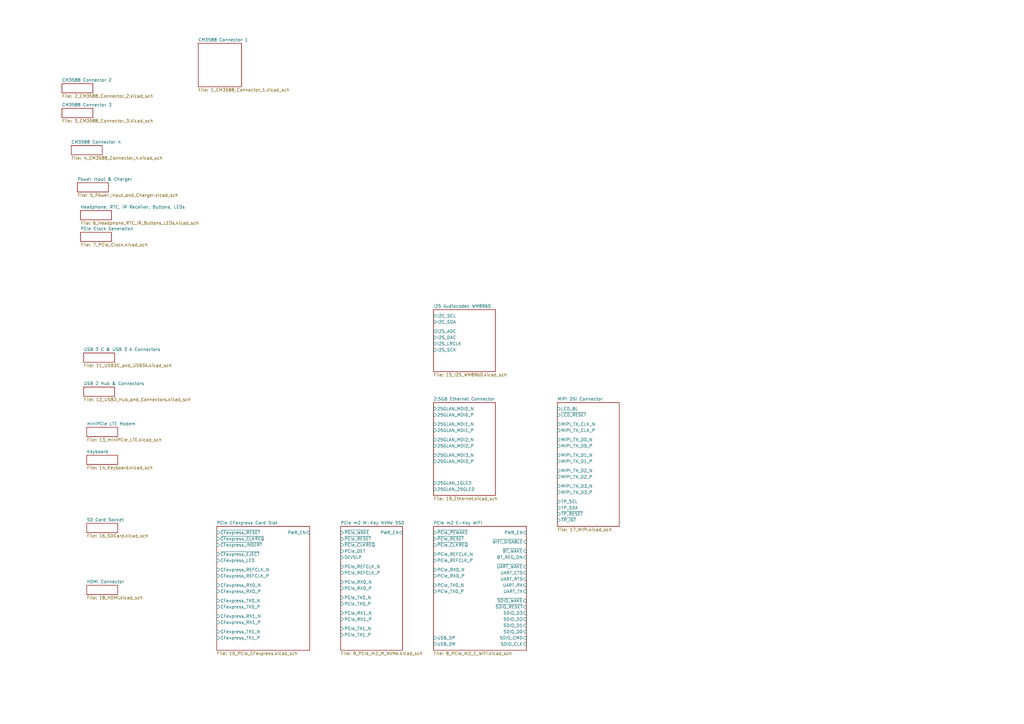
<source format=kicad_sch>
(kicad_sch
	(version 20250114)
	(generator "eeschema")
	(generator_version "9.0")
	(uuid "e8df7ad4-0398-46fe-8df2-22f014c5f1dd")
	(paper "A3")
	(lib_symbols)
	(sheet
		(at 31.75 74.93)
		(size 12.7 3.81)
		(exclude_from_sim no)
		(in_bom yes)
		(on_board yes)
		(dnp no)
		(fields_autoplaced yes)
		(stroke
			(width 0.1524)
			(type solid)
		)
		(fill
			(color 0 0 0 0.0000)
		)
		(uuid "07fa1f4a-4f08-4a00-b91a-2935c9cd6246")
		(property "Sheetname" "Power Input & Charger"
			(at 31.75 74.2184 0)
			(effects
				(font
					(size 1.27 1.27)
				)
				(justify left bottom)
			)
		)
		(property "Sheetfile" "5_Power_Input_and_Charger.kicad_sch"
			(at 31.75 79.3246 0)
			(effects
				(font
					(size 1.27 1.27)
				)
				(justify left top)
			)
		)
		(instances
			(project "mainboard"
				(path "/e8df7ad4-0398-46fe-8df2-22f014c5f1dd"
					(page "5")
				)
			)
		)
	)
	(sheet
		(at 81.28 17.78)
		(size 17.78 17.78)
		(exclude_from_sim no)
		(in_bom yes)
		(on_board yes)
		(dnp no)
		(fields_autoplaced yes)
		(stroke
			(width 0.1524)
			(type solid)
		)
		(fill
			(color 0 0 0 0.0000)
		)
		(uuid "179b20ca-7cf4-4c76-8c3b-b8b4c6c25c72")
		(property "Sheetname" "CM3588 Connector 1"
			(at 81.28 17.0684 0)
			(effects
				(font
					(size 1.27 1.27)
				)
				(justify left bottom)
			)
		)
		(property "Sheetfile" "1_CM3588_Connector_1.kicad_sch"
			(at 81.28 36.1446 0)
			(effects
				(font
					(size 1.27 1.27)
				)
				(justify left top)
			)
		)
		(instances
			(project "mainboard"
				(path "/e8df7ad4-0398-46fe-8df2-22f014c5f1dd"
					(page "1")
				)
			)
		)
	)
	(sheet
		(at 35.56 240.03)
		(size 12.7 3.81)
		(exclude_from_sim no)
		(in_bom yes)
		(on_board yes)
		(dnp no)
		(fields_autoplaced yes)
		(stroke
			(width 0.1524)
			(type solid)
		)
		(fill
			(color 0 0 0 0.0000)
		)
		(uuid "18d9dc9f-f158-4b8c-8c03-4e0e0e17c019")
		(property "Sheetname" "HDMI Connector"
			(at 35.56 239.3184 0)
			(effects
				(font
					(size 1.27 1.27)
				)
				(justify left bottom)
			)
		)
		(property "Sheetfile" "18_HDMI.kicad_sch"
			(at 35.56 244.4246 0)
			(effects
				(font
					(size 1.27 1.27)
				)
				(justify left top)
			)
		)
		(instances
			(project "mainboard"
				(path "/e8df7ad4-0398-46fe-8df2-22f014c5f1dd"
					(page "18")
				)
			)
		)
	)
	(sheet
		(at 33.02 95.25)
		(size 12.7 3.81)
		(exclude_from_sim no)
		(in_bom yes)
		(on_board yes)
		(dnp no)
		(fields_autoplaced yes)
		(stroke
			(width 0.1524)
			(type solid)
		)
		(fill
			(color 0 0 0 0.0000)
		)
		(uuid "484c6dee-af44-4b63-a825-46ce928312ff")
		(property "Sheetname" "PCIe Clock Generation"
			(at 33.02 94.5384 0)
			(effects
				(font
					(size 1.27 1.27)
				)
				(justify left bottom)
			)
		)
		(property "Sheetfile" "7_PCIe_Clock.kicad_sch"
			(at 33.02 99.6446 0)
			(effects
				(font
					(size 1.27 1.27)
				)
				(justify left top)
			)
		)
		(instances
			(project "mainboard"
				(path "/e8df7ad4-0398-46fe-8df2-22f014c5f1dd"
					(page "7")
				)
			)
		)
	)
	(sheet
		(at 139.7 215.9)
		(size 25.4 50.8)
		(exclude_from_sim no)
		(in_bom yes)
		(on_board yes)
		(dnp no)
		(fields_autoplaced yes)
		(stroke
			(width 0.1524)
			(type solid)
		)
		(fill
			(color 0 0 0 0.0000)
		)
		(uuid "6669fa1e-f015-4347-b375-5371b2a452c4")
		(property "Sheetname" "PCIe m2 M-Key NVMe SSD"
			(at 139.7 215.1884 0)
			(effects
				(font
					(size 1.27 1.27)
				)
				(justify left bottom)
			)
		)
		(property "Sheetfile" "9_PCIe_m2_M_NVMe.kicad_sch"
			(at 139.7 267.2846 0)
			(effects
				(font
					(size 1.27 1.27)
				)
				(justify left top)
			)
		)
		(pin "DEVSLP" input
			(at 139.7 228.6 180)
			(uuid "8250a307-5bfc-45cd-bcc1-a8e3b110935a")
			(effects
				(font
					(size 1.27 1.27)
				)
				(justify left)
			)
		)
		(pin "PCIe_DET" input
			(at 139.7 226.06 180)
			(uuid "5d36ab89-ee9c-45f1-9c8f-411f04604c30")
			(effects
				(font
					(size 1.27 1.27)
				)
				(justify left)
			)
		)
		(pin "PCIe_REFCLK_N" input
			(at 139.7 232.41 180)
			(uuid "456707b3-ef8a-449b-b780-e7ea84c2fe0f")
			(effects
				(font
					(size 1.27 1.27)
				)
				(justify left)
			)
		)
		(pin "PCIe_REFCLK_P" input
			(at 139.7 234.95 180)
			(uuid "3a6e22a8-1c33-4ccb-8634-0656c7ed4f73")
			(effects
				(font
					(size 1.27 1.27)
				)
				(justify left)
			)
		)
		(pin "PCIe_RX0_N" input
			(at 139.7 238.76 180)
			(uuid "b36f63ee-dda5-4273-8749-7e370dc55816")
			(effects
				(font
					(size 1.27 1.27)
				)
				(justify left)
			)
		)
		(pin "PCIe_RX0_P" input
			(at 139.7 241.3 180)
			(uuid "79078436-955e-4ba2-b5e9-f0115e164c7e")
			(effects
				(font
					(size 1.27 1.27)
				)
				(justify left)
			)
		)
		(pin "PCIe_RX1_N" input
			(at 139.7 251.46 180)
			(uuid "ab0b778b-3805-4636-8b20-f9d4a643390a")
			(effects
				(font
					(size 1.27 1.27)
				)
				(justify left)
			)
		)
		(pin "PCIe_RX1_P" input
			(at 139.7 254 180)
			(uuid "e44f8fa1-d1ae-449a-b73e-ebcffea75acf")
			(effects
				(font
					(size 1.27 1.27)
				)
				(justify left)
			)
		)
		(pin "PCIe_TX0_N" input
			(at 139.7 245.11 180)
			(uuid "8df59557-ebe2-4399-86e1-76227324d036")
			(effects
				(font
					(size 1.27 1.27)
				)
				(justify left)
			)
		)
		(pin "PCIe_TX0_P" input
			(at 139.7 247.65 180)
			(uuid "a3983adb-1f39-45d9-9b6c-038ef2f9cafd")
			(effects
				(font
					(size 1.27 1.27)
				)
				(justify left)
			)
		)
		(pin "PCIe_TX1_N" input
			(at 139.7 257.81 180)
			(uuid "812bc123-58af-4285-8223-066e31c940f8")
			(effects
				(font
					(size 1.27 1.27)
				)
				(justify left)
			)
		)
		(pin "PCIe_TX1_P" input
			(at 139.7 260.35 180)
			(uuid "5b162702-1ec8-4c70-9286-ab9a493e8c20")
			(effects
				(font
					(size 1.27 1.27)
				)
				(justify left)
			)
		)
		(pin "~{PCIe_CLKREQ}" input
			(at 139.7 223.52 180)
			(uuid "2fdb73b0-335b-4c65-a8b9-7614e14944c7")
			(effects
				(font
					(size 1.27 1.27)
				)
				(justify left)
			)
		)
		(pin "~{PCIe_RESET}" input
			(at 139.7 220.98 180)
			(uuid "2235e878-ea99-4ca6-8bc4-70d78ace0891")
			(effects
				(font
					(size 1.27 1.27)
				)
				(justify left)
			)
		)
		(pin "~{PCIe_WAKE}" input
			(at 139.7 218.44 180)
			(uuid "c7155c23-faf8-4a14-b0f7-6850aad77b01")
			(effects
				(font
					(size 1.27 1.27)
				)
				(justify left)
			)
		)
		(pin "PWR_EN" input
			(at 165.1 218.44 0)
			(uuid "5f32886c-3a2e-49d3-9f05-969676369bbf")
			(effects
				(font
					(size 1.27 1.27)
				)
				(justify right)
			)
		)
		(instances
			(project "mainboard"
				(path "/e8df7ad4-0398-46fe-8df2-22f014c5f1dd"
					(page "9")
				)
			)
		)
	)
	(sheet
		(at 25.4 44.45)
		(size 12.7 3.81)
		(exclude_from_sim no)
		(in_bom yes)
		(on_board yes)
		(dnp no)
		(fields_autoplaced yes)
		(stroke
			(width 0.1524)
			(type solid)
		)
		(fill
			(color 0 0 0 0.0000)
		)
		(uuid "68a2b222-807f-4ee1-877f-9299e0573b20")
		(property "Sheetname" "CM3588 Connector 3"
			(at 25.4 43.7384 0)
			(effects
				(font
					(size 1.27 1.27)
				)
				(justify left bottom)
			)
		)
		(property "Sheetfile" "3_CM3588_Connector_3.kicad_sch"
			(at 25.4 48.8446 0)
			(effects
				(font
					(size 1.27 1.27)
				)
				(justify left top)
			)
		)
		(instances
			(project "mainboard"
				(path "/e8df7ad4-0398-46fe-8df2-22f014c5f1dd"
					(page "3")
				)
			)
		)
	)
	(sheet
		(at 35.56 175.26)
		(size 12.7 3.81)
		(exclude_from_sim no)
		(in_bom yes)
		(on_board yes)
		(dnp no)
		(fields_autoplaced yes)
		(stroke
			(width 0.1524)
			(type solid)
		)
		(fill
			(color 0 0 0 0.0000)
		)
		(uuid "8644110b-fd44-4bf7-8252-8da3b2442694")
		(property "Sheetname" "miniPCIe LTE Modem"
			(at 35.56 174.5484 0)
			(effects
				(font
					(size 1.27 1.27)
				)
				(justify left bottom)
			)
		)
		(property "Sheetfile" "13_miniPCIe_LTE.kicad_sch"
			(at 35.56 179.6546 0)
			(effects
				(font
					(size 1.27 1.27)
				)
				(justify left top)
			)
		)
		(instances
			(project "mainboard"
				(path "/e8df7ad4-0398-46fe-8df2-22f014c5f1dd"
					(page "13")
				)
			)
		)
	)
	(sheet
		(at 35.56 214.63)
		(size 12.7 3.81)
		(exclude_from_sim no)
		(in_bom yes)
		(on_board yes)
		(dnp no)
		(fields_autoplaced yes)
		(stroke
			(width 0.1524)
			(type solid)
		)
		(fill
			(color 0 0 0 0.0000)
		)
		(uuid "8986aa19-15b1-4e69-80f7-caad2369fd75")
		(property "Sheetname" "SD Card Socket"
			(at 35.56 213.9184 0)
			(effects
				(font
					(size 1.27 1.27)
				)
				(justify left bottom)
			)
		)
		(property "Sheetfile" "16_SDCard.kicad_sch"
			(at 35.56 219.0246 0)
			(effects
				(font
					(size 1.27 1.27)
				)
				(justify left top)
			)
		)
		(instances
			(project "mainboard"
				(path "/e8df7ad4-0398-46fe-8df2-22f014c5f1dd"
					(page "16")
				)
			)
		)
	)
	(sheet
		(at 34.29 158.75)
		(size 12.7 3.81)
		(exclude_from_sim no)
		(in_bom yes)
		(on_board yes)
		(dnp no)
		(fields_autoplaced yes)
		(stroke
			(width 0.1524)
			(type solid)
		)
		(fill
			(color 0 0 0 0.0000)
		)
		(uuid "8cfb5e11-a71f-45fa-8675-4058f56774f6")
		(property "Sheetname" "USB 2 Hub & Connectors"
			(at 34.29 158.0384 0)
			(effects
				(font
					(size 1.27 1.27)
				)
				(justify left bottom)
			)
		)
		(property "Sheetfile" "12_USB2_Hub_and_Connectors.kicad_sch"
			(at 34.29 163.1446 0)
			(effects
				(font
					(size 1.27 1.27)
				)
				(justify left top)
			)
		)
		(instances
			(project "mainboard"
				(path "/e8df7ad4-0398-46fe-8df2-22f014c5f1dd"
					(page "12")
				)
			)
		)
	)
	(sheet
		(at 228.6 165.1)
		(size 25.4 50.8)
		(exclude_from_sim no)
		(in_bom yes)
		(on_board yes)
		(dnp no)
		(fields_autoplaced yes)
		(stroke
			(width 0.1524)
			(type solid)
		)
		(fill
			(color 0 0 0 0.0000)
		)
		(uuid "92c68f36-3049-4ded-92bc-6a7d51e36adb")
		(property "Sheetname" "MIPI DSI Connector"
			(at 228.6 164.3884 0)
			(effects
				(font
					(size 1.27 1.27)
				)
				(justify left bottom)
			)
		)
		(property "Sheetfile" "17_MIPI.kicad_sch"
			(at 228.6 216.4846 0)
			(effects
				(font
					(size 1.27 1.27)
				)
				(justify left top)
			)
		)
		(pin "LCD_BL" input
			(at 228.6 167.64 180)
			(uuid "9d492064-8544-4e1e-a2d8-5f9e4f95ba72")
			(effects
				(font
					(size 1.27 1.27)
				)
				(justify left)
			)
		)
		(pin "MIPI_TX_CLK_N" input
			(at 228.6 173.99 180)
			(uuid "a80b5fad-fe20-4e7f-a777-be214113ffcd")
			(effects
				(font
					(size 1.27 1.27)
				)
				(justify left)
			)
		)
		(pin "MIPI_TX_CLK_P" input
			(at 228.6 176.53 180)
			(uuid "8f335182-66ad-4fa0-88e5-f4c0ce875b5b")
			(effects
				(font
					(size 1.27 1.27)
				)
				(justify left)
			)
		)
		(pin "MIPI_TX_D0_N" input
			(at 228.6 180.34 180)
			(uuid "3a6a22c8-b725-45a7-8b0e-108a0bf72b03")
			(effects
				(font
					(size 1.27 1.27)
				)
				(justify left)
			)
		)
		(pin "MIPI_TX_D0_P" input
			(at 228.6 182.88 180)
			(uuid "cd7c76a9-9d47-49c3-b15f-a5d637f8aab5")
			(effects
				(font
					(size 1.27 1.27)
				)
				(justify left)
			)
		)
		(pin "MIPI_TX_D1_N" input
			(at 228.6 186.69 180)
			(uuid "c66954df-ff6e-43ec-b246-47354d477309")
			(effects
				(font
					(size 1.27 1.27)
				)
				(justify left)
			)
		)
		(pin "MIPI_TX_D1_P" input
			(at 228.6 189.23 180)
			(uuid "30b815db-ee5e-4301-a847-d31a548ffea8")
			(effects
				(font
					(size 1.27 1.27)
				)
				(justify left)
			)
		)
		(pin "MIPI_TX_D2_N" input
			(at 228.6 193.04 180)
			(uuid "3ca4dc06-dd5f-4a08-986b-f22b6929833f")
			(effects
				(font
					(size 1.27 1.27)
				)
				(justify left)
			)
		)
		(pin "MIPI_TX_D2_P" input
			(at 228.6 195.58 180)
			(uuid "b48601a3-d718-459e-bd17-bbe69589ba72")
			(effects
				(font
					(size 1.27 1.27)
				)
				(justify left)
			)
		)
		(pin "MIPI_TX_D3_N" input
			(at 228.6 199.39 180)
			(uuid "964b1996-6a8a-44b6-ac53-b7fb548f5417")
			(effects
				(font
					(size 1.27 1.27)
				)
				(justify left)
			)
		)
		(pin "MIPI_TX_D3_P" input
			(at 228.6 201.93 180)
			(uuid "d5e198b6-df83-4a6f-9700-f4c6da2705bc")
			(effects
				(font
					(size 1.27 1.27)
				)
				(justify left)
			)
		)
		(pin "TP_SCL" input
			(at 228.6 205.74 180)
			(uuid "3de87970-0d10-43cb-a78c-6a0175a9f388")
			(effects
				(font
					(size 1.27 1.27)
				)
				(justify left)
			)
		)
		(pin "TP_SDA" input
			(at 228.6 208.28 180)
			(uuid "b5bd621e-d51d-448d-8f04-54a1a6b6d179")
			(effects
				(font
					(size 1.27 1.27)
				)
				(justify left)
			)
		)
		(pin "~{LCD_RESET}" input
			(at 228.6 170.18 180)
			(uuid "8f2106b5-0ebe-42bf-b69b-be8dd07e77fc")
			(effects
				(font
					(size 1.27 1.27)
				)
				(justify left)
			)
		)
		(pin "~{TP_INT}" input
			(at 228.6 213.36 180)
			(uuid "c3b4b5c9-0c4b-4798-ade9-b3f24d493762")
			(effects
				(font
					(size 1.27 1.27)
				)
				(justify left)
			)
		)
		(pin "~{TP_RESET}" input
			(at 228.6 210.82 180)
			(uuid "3109ae4e-d3f2-4604-a16b-4e677b66da7b")
			(effects
				(font
					(size 1.27 1.27)
				)
				(justify left)
			)
		)
		(instances
			(project "mainboard"
				(path "/e8df7ad4-0398-46fe-8df2-22f014c5f1dd"
					(page "17")
				)
			)
		)
	)
	(sheet
		(at 29.21 59.69)
		(size 12.7 3.81)
		(exclude_from_sim no)
		(in_bom yes)
		(on_board yes)
		(dnp no)
		(fields_autoplaced yes)
		(stroke
			(width 0.1524)
			(type solid)
		)
		(fill
			(color 0 0 0 0.0000)
		)
		(uuid "98643362-4360-4082-9fcf-14e673c38aa5")
		(property "Sheetname" "CM3588 Connector 4"
			(at 29.21 58.9784 0)
			(effects
				(font
					(size 1.27 1.27)
				)
				(justify left bottom)
			)
		)
		(property "Sheetfile" "4_CM3588_Connector_4.kicad_sch"
			(at 29.21 64.0846 0)
			(effects
				(font
					(size 1.27 1.27)
				)
				(justify left top)
			)
		)
		(instances
			(project "mainboard"
				(path "/e8df7ad4-0398-46fe-8df2-22f014c5f1dd"
					(page "4")
				)
			)
		)
	)
	(sheet
		(at 177.8 165.1)
		(size 25.4 38.1)
		(exclude_from_sim no)
		(in_bom yes)
		(on_board yes)
		(dnp no)
		(fields_autoplaced yes)
		(stroke
			(width 0.1524)
			(type solid)
		)
		(fill
			(color 0 0 0 0.0000)
		)
		(uuid "a5e27188-7231-4ab7-9c42-d430df737766")
		(property "Sheetname" "2.5GB Ethernet Connector"
			(at 177.8 164.3884 0)
			(effects
				(font
					(size 1.27 1.27)
				)
				(justify left bottom)
			)
		)
		(property "Sheetfile" "19_Ethernet.kicad_sch"
			(at 177.8 203.7846 0)
			(effects
				(font
					(size 1.27 1.27)
				)
				(justify left top)
			)
		)
		(pin "25GLAN_1GLED" input
			(at 177.8 198.12 180)
			(uuid "ea970541-ad9d-4d0d-8547-911cd1b37aa9")
			(effects
				(font
					(size 1.27 1.27)
				)
				(justify left)
			)
		)
		(pin "25GLAN_25GLED" input
			(at 177.8 200.66 180)
			(uuid "24cd0925-74b4-4560-a33f-7ae7e76c3a3e")
			(effects
				(font
					(size 1.27 1.27)
				)
				(justify left)
			)
		)
		(pin "25GLAN_MDI0_N" input
			(at 177.8 167.64 180)
			(uuid "f4af2d9b-10aa-40d9-9350-e6784521ac08")
			(effects
				(font
					(size 1.27 1.27)
				)
				(justify left)
			)
		)
		(pin "25GLAN_MDI0_P" input
			(at 177.8 170.18 180)
			(uuid "8dc62061-0699-45aa-8299-c65240602a1a")
			(effects
				(font
					(size 1.27 1.27)
				)
				(justify left)
			)
		)
		(pin "25GLAN_MDI1_N" input
			(at 177.8 173.99 180)
			(uuid "43d26a30-eace-40b0-aa03-d92c1c451f27")
			(effects
				(font
					(size 1.27 1.27)
				)
				(justify left)
			)
		)
		(pin "25GLAN_MDI1_P" input
			(at 177.8 176.53 180)
			(uuid "be8f7c3b-1e68-430d-85c9-d46a41f163fc")
			(effects
				(font
					(size 1.27 1.27)
				)
				(justify left)
			)
		)
		(pin "25GLAN_MDI2_N" input
			(at 177.8 180.34 180)
			(uuid "d967f382-784f-41fb-b4e8-dee48dc0690a")
			(effects
				(font
					(size 1.27 1.27)
				)
				(justify left)
			)
		)
		(pin "25GLAN_MDI2_P" input
			(at 177.8 182.88 180)
			(uuid "c38142cb-b0fb-4b38-9cc8-5fc01535ef0e")
			(effects
				(font
					(size 1.27 1.27)
				)
				(justify left)
			)
		)
		(pin "25GLAN_MDI3_N" input
			(at 177.8 186.69 180)
			(uuid "f5e953cf-b5bc-460c-a839-2c64b5e03602")
			(effects
				(font
					(size 1.27 1.27)
				)
				(justify left)
			)
		)
		(pin "25GLAN_MDI3_P" input
			(at 177.8 189.23 180)
			(uuid "f14274d4-a744-4264-9042-6c9ae352287b")
			(effects
				(font
					(size 1.27 1.27)
				)
				(justify left)
			)
		)
		(instances
			(project "mainboard"
				(path "/e8df7ad4-0398-46fe-8df2-22f014c5f1dd"
					(page "19")
				)
			)
		)
	)
	(sheet
		(at 177.8 215.9)
		(size 38.1 50.8)
		(exclude_from_sim no)
		(in_bom yes)
		(on_board yes)
		(dnp no)
		(fields_autoplaced yes)
		(stroke
			(width 0.1524)
			(type solid)
		)
		(fill
			(color 0 0 0 0.0000)
		)
		(uuid "a6c4e84f-5700-4370-a676-0959800a711a")
		(property "Sheetname" "PCIe m2 E-Key WiFi"
			(at 177.8 215.1884 0)
			(effects
				(font
					(size 1.27 1.27)
				)
				(justify left bottom)
			)
		)
		(property "Sheetfile" "8_PCIe_m2_E_WiFi.kicad_sch"
			(at 177.8 267.2846 0)
			(effects
				(font
					(size 1.27 1.27)
				)
				(justify left top)
			)
		)
		(pin "BT_REG_ON" input
			(at 215.9 228.6 0)
			(uuid "a419b7ef-d2ce-48c8-9df0-fcf1a3ee2669")
			(effects
				(font
					(size 1.27 1.27)
				)
				(justify right)
			)
		)
		(pin "PCIe_REFCLK_N" input
			(at 177.8 227.33 180)
			(uuid "ca33330a-3ba5-40ef-bc00-d2d7c19c15d3")
			(effects
				(font
					(size 1.27 1.27)
				)
				(justify left)
			)
		)
		(pin "PCIe_REFCLK_P" input
			(at 177.8 229.87 180)
			(uuid "61da3f16-0238-4bb8-a176-9311cc4d7c2b")
			(effects
				(font
					(size 1.27 1.27)
				)
				(justify left)
			)
		)
		(pin "PCIe_RX0_N" input
			(at 177.8 233.68 180)
			(uuid "8228758c-c887-4d14-aa2c-d1df368fa549")
			(effects
				(font
					(size 1.27 1.27)
				)
				(justify left)
			)
		)
		(pin "PCIe_RX0_P" input
			(at 177.8 236.22 180)
			(uuid "dfc69cb8-e98f-4d79-8e62-5d3b37eecdea")
			(effects
				(font
					(size 1.27 1.27)
				)
				(justify left)
			)
		)
		(pin "PCIe_TX0_N" input
			(at 177.8 240.03 180)
			(uuid "78154470-766a-439c-8d1c-92322baaa908")
			(effects
				(font
					(size 1.27 1.27)
				)
				(justify left)
			)
		)
		(pin "PCIe_TX0_P" input
			(at 177.8 242.57 180)
			(uuid "503d3434-3c92-4a17-8739-9187ca703ca5")
			(effects
				(font
					(size 1.27 1.27)
				)
				(justify left)
			)
		)
		(pin "PWR_EN" input
			(at 215.9 218.44 0)
			(uuid "a7721f1a-3755-4947-91e0-d0b49bc47497")
			(effects
				(font
					(size 1.27 1.27)
				)
				(justify right)
			)
		)
		(pin "SDIO_CLK" input
			(at 215.9 264.16 0)
			(uuid "89183d58-0cbf-45e9-998f-97e595956f39")
			(effects
				(font
					(size 1.27 1.27)
				)
				(justify right)
			)
		)
		(pin "SDIO_CMD" input
			(at 215.9 261.62 0)
			(uuid "3bb7f4f1-9a71-4b78-b11b-4ca417f19018")
			(effects
				(font
					(size 1.27 1.27)
				)
				(justify right)
			)
		)
		(pin "SDIO_D0" input
			(at 215.9 259.08 0)
			(uuid "499148c3-e452-4ed6-b36a-c0e2089c3a94")
			(effects
				(font
					(size 1.27 1.27)
				)
				(justify right)
			)
		)
		(pin "SDIO_D1" input
			(at 215.9 256.54 0)
			(uuid "1400c6b0-63da-4346-9fb5-4902b32a7de9")
			(effects
				(font
					(size 1.27 1.27)
				)
				(justify right)
			)
		)
		(pin "SDIO_D2" input
			(at 215.9 254 0)
			(uuid "37efb270-c9d5-4b1b-be84-7619150bb51b")
			(effects
				(font
					(size 1.27 1.27)
				)
				(justify right)
			)
		)
		(pin "SDIO_D3" input
			(at 215.9 251.46 0)
			(uuid "1dee3050-9556-46d2-a108-a109e34b8695")
			(effects
				(font
					(size 1.27 1.27)
				)
				(justify right)
			)
		)
		(pin "UART_CTS" input
			(at 215.9 234.95 0)
			(uuid "b651bca2-48fb-403b-8841-d46b695d6cfc")
			(effects
				(font
					(size 1.27 1.27)
				)
				(justify right)
			)
		)
		(pin "UART_RTS" input
			(at 215.9 237.49 0)
			(uuid "178e3ca4-fb21-4b7a-a25a-558444f803c6")
			(effects
				(font
					(size 1.27 1.27)
				)
				(justify right)
			)
		)
		(pin "UART_RX" input
			(at 215.9 240.03 0)
			(uuid "2f9ac340-3503-4c65-8831-74bdd8592184")
			(effects
				(font
					(size 1.27 1.27)
				)
				(justify right)
			)
		)
		(pin "UART_TX" input
			(at 215.9 242.57 0)
			(uuid "1c71a551-eee1-48d4-b955-f9bc9aa211b6")
			(effects
				(font
					(size 1.27 1.27)
				)
				(justify right)
			)
		)
		(pin "USB_DM" input
			(at 177.8 264.16 180)
			(uuid "c0331a03-48c8-4488-8c45-a89ec165729c")
			(effects
				(font
					(size 1.27 1.27)
				)
				(justify left)
			)
		)
		(pin "USB_DP" input
			(at 177.8 261.62 180)
			(uuid "acb8ba47-8f80-4fa0-be1d-36d1669db348")
			(effects
				(font
					(size 1.27 1.27)
				)
				(justify left)
			)
		)
		(pin "~{BT_WAKE}" input
			(at 215.9 226.06 0)
			(uuid "a216ab39-c948-4b57-9a98-3bd3e87d2e01")
			(effects
				(font
					(size 1.27 1.27)
				)
				(justify right)
			)
		)
		(pin "~{PCIe_CLKREQ}" input
			(at 177.8 223.52 180)
			(uuid "4bff014c-8b0d-48a3-b158-8f9f6e4951ad")
			(effects
				(font
					(size 1.27 1.27)
				)
				(justify left)
			)
		)
		(pin "~{PCIe_PEWAKE}" input
			(at 177.8 218.44 180)
			(uuid "d7264f83-4ba1-489e-9a91-27a7834d0ff4")
			(effects
				(font
					(size 1.27 1.27)
				)
				(justify left)
			)
		)
		(pin "~{PCIe_RESET}" input
			(at 177.8 220.98 180)
			(uuid "b58f351d-6c24-407f-a647-c139a0292561")
			(effects
				(font
					(size 1.27 1.27)
				)
				(justify left)
			)
		)
		(pin "~{SDIO_RESET}" input
			(at 215.9 248.92 0)
			(uuid "dee584bb-8033-4eeb-b90d-86d151453088")
			(effects
				(font
					(size 1.27 1.27)
				)
				(justify right)
			)
		)
		(pin "~{SDIO_WAKE}" input
			(at 215.9 246.38 0)
			(uuid "ddb31367-03bd-4df6-b0ba-7254b66df4d9")
			(effects
				(font
					(size 1.27 1.27)
				)
				(justify right)
			)
		)
		(pin "~{UART_WAKE}" input
			(at 215.9 232.41 0)
			(uuid "ed4b98d1-e965-49cc-8add-ab57c8718b2c")
			(effects
				(font
					(size 1.27 1.27)
				)
				(justify right)
			)
		)
		(pin "~{WIFI_DISABLE}" input
			(at 215.9 222.25 0)
			(uuid "20ceb7d5-05bb-4826-b8b7-95f4ba3358d9")
			(effects
				(font
					(size 1.27 1.27)
				)
				(justify right)
			)
		)
		(instances
			(project "mainboard"
				(path "/e8df7ad4-0398-46fe-8df2-22f014c5f1dd"
					(page "8")
				)
			)
		)
	)
	(sheet
		(at 177.8 127)
		(size 25.4 25.4)
		(exclude_from_sim no)
		(in_bom yes)
		(on_board yes)
		(dnp no)
		(fields_autoplaced yes)
		(stroke
			(width 0.1524)
			(type solid)
		)
		(fill
			(color 0 0 0 0.0000)
		)
		(uuid "b257af20-c8e7-4b15-a490-5e02f5f9fd5b")
		(property "Sheetname" "I2S Audiocodec WM8960"
			(at 177.8 126.2884 0)
			(effects
				(font
					(size 1.27 1.27)
				)
				(justify left bottom)
			)
		)
		(property "Sheetfile" "15_I2S_WM8960.kicad_sch"
			(at 177.8 152.9846 0)
			(effects
				(font
					(size 1.27 1.27)
				)
				(justify left top)
			)
		)
		(pin "I2C_SCL" bidirectional
			(at 177.8 129.54 180)
			(uuid "979cdd8e-a106-445d-b8a7-48f177e59667")
			(effects
				(font
					(size 1.27 1.27)
				)
				(justify left)
			)
		)
		(pin "I2C_SDA" bidirectional
			(at 177.8 132.08 180)
			(uuid "282c9627-54b5-4aa2-bee8-89a08e502522")
			(effects
				(font
					(size 1.27 1.27)
				)
				(justify left)
			)
		)
		(pin "I2S_ADC" output
			(at 177.8 135.89 180)
			(uuid "a05cbe98-0618-446b-883e-d0c320231d4f")
			(effects
				(font
					(size 1.27 1.27)
				)
				(justify left)
			)
		)
		(pin "I2S_DAC" input
			(at 177.8 138.43 180)
			(uuid "b2c31b22-7b40-4714-bd58-1e419d037485")
			(effects
				(font
					(size 1.27 1.27)
				)
				(justify left)
			)
		)
		(pin "I2S_LRCLK" input
			(at 177.8 140.97 180)
			(uuid "db7ee098-c218-4701-9252-75e9f0dd2637")
			(effects
				(font
					(size 1.27 1.27)
				)
				(justify left)
			)
		)
		(pin "I2S_SCK" input
			(at 177.8 143.51 180)
			(uuid "29494526-8279-4f0f-9c50-01e51fd57fc1")
			(effects
				(font
					(size 1.27 1.27)
				)
				(justify left)
			)
		)
		(instances
			(project "mainboard"
				(path "/e8df7ad4-0398-46fe-8df2-22f014c5f1dd"
					(page "15")
				)
			)
		)
	)
	(sheet
		(at 34.29 144.78)
		(size 12.7 3.81)
		(exclude_from_sim no)
		(in_bom yes)
		(on_board yes)
		(dnp no)
		(fields_autoplaced yes)
		(stroke
			(width 0.1524)
			(type solid)
		)
		(fill
			(color 0 0 0 0.0000)
		)
		(uuid "b40728d0-bb26-4ad0-892e-a0f99316494b")
		(property "Sheetname" "USB 3 C & USB 3 A Connectors"
			(at 34.29 144.0684 0)
			(effects
				(font
					(size 1.27 1.27)
				)
				(justify left bottom)
			)
		)
		(property "Sheetfile" "11_USB3C_and_USB3A.kicad_sch"
			(at 34.29 149.1746 0)
			(effects
				(font
					(size 1.27 1.27)
				)
				(justify left top)
			)
		)
		(instances
			(project "mainboard"
				(path "/e8df7ad4-0398-46fe-8df2-22f014c5f1dd"
					(page "11")
				)
			)
		)
	)
	(sheet
		(at 35.56 186.69)
		(size 12.7 3.81)
		(exclude_from_sim no)
		(in_bom yes)
		(on_board yes)
		(dnp no)
		(fields_autoplaced yes)
		(stroke
			(width 0.1524)
			(type solid)
		)
		(fill
			(color 0 0 0 0.0000)
		)
		(uuid "b53c68d6-890a-48ca-a848-4e830d0e96f7")
		(property "Sheetname" "Keyboard"
			(at 35.56 185.9784 0)
			(effects
				(font
					(size 1.27 1.27)
				)
				(justify left bottom)
			)
		)
		(property "Sheetfile" "14_Keyboard.kicad_sch"
			(at 35.56 191.0846 0)
			(effects
				(font
					(size 1.27 1.27)
				)
				(justify left top)
			)
		)
		(instances
			(project "mainboard"
				(path "/e8df7ad4-0398-46fe-8df2-22f014c5f1dd"
					(page "14")
				)
			)
		)
	)
	(sheet
		(at 25.4 34.29)
		(size 12.7 3.81)
		(exclude_from_sim no)
		(in_bom yes)
		(on_board yes)
		(dnp no)
		(fields_autoplaced yes)
		(stroke
			(width 0.1524)
			(type solid)
		)
		(fill
			(color 0 0 0 0.0000)
		)
		(uuid "bcd9a7a9-7c30-4b20-85c5-75455db96f45")
		(property "Sheetname" "CM3588 Connector 2"
			(at 25.4 33.5784 0)
			(effects
				(font
					(size 1.27 1.27)
				)
				(justify left bottom)
			)
		)
		(property "Sheetfile" "2_CM3588_Connector_2.kicad_sch"
			(at 25.4 38.6846 0)
			(effects
				(font
					(size 1.27 1.27)
				)
				(justify left top)
			)
		)
		(instances
			(project "mainboard"
				(path "/e8df7ad4-0398-46fe-8df2-22f014c5f1dd"
					(page "2")
				)
			)
		)
	)
	(sheet
		(at 33.02 86.36)
		(size 12.7 3.81)
		(exclude_from_sim no)
		(in_bom yes)
		(on_board yes)
		(dnp no)
		(fields_autoplaced yes)
		(stroke
			(width 0.1524)
			(type solid)
		)
		(fill
			(color 0 0 0 0.0000)
		)
		(uuid "c1c653fe-8be5-421f-be33-d886be37e0a5")
		(property "Sheetname" "Headphone, RTC, IR Receiver, Buttons, LEDs"
			(at 33.02 85.6484 0)
			(effects
				(font
					(size 1.27 1.27)
				)
				(justify left bottom)
			)
		)
		(property "Sheetfile" "6_Headphone_RTC_IR_Buttons_LEDs.kicad_sch"
			(at 33.02 90.7546 0)
			(effects
				(font
					(size 1.27 1.27)
				)
				(justify left top)
			)
		)
		(instances
			(project "mainboard"
				(path "/e8df7ad4-0398-46fe-8df2-22f014c5f1dd"
					(page "6")
				)
			)
		)
	)
	(sheet
		(at 88.9 215.9)
		(size 38.1 50.8)
		(exclude_from_sim no)
		(in_bom yes)
		(on_board yes)
		(dnp no)
		(fields_autoplaced yes)
		(stroke
			(width 0.1524)
			(type solid)
		)
		(fill
			(color 0 0 0 0.0000)
		)
		(uuid "e7fb8ba8-ec6e-4e12-955d-f90b904d700b")
		(property "Sheetname" "PCIe CFexpress Card Slot"
			(at 88.9 215.1884 0)
			(effects
				(font
					(size 1.27 1.27)
				)
				(justify left bottom)
			)
		)
		(property "Sheetfile" "10_PCIe_CFexpress.kicad_sch"
			(at 88.9 267.2846 0)
			(effects
				(font
					(size 1.27 1.27)
				)
				(justify left top)
			)
		)
		(pin "CFexpress_LED" input
			(at 88.9 229.87 180)
			(uuid "7f20fd53-5c32-46c7-b616-9394b4b3e450")
			(effects
				(font
					(size 1.27 1.27)
				)
				(justify left)
			)
		)
		(pin "CFexpress_REFCLK_N" input
			(at 88.9 233.68 180)
			(uuid "7e10c469-c2e8-4fbc-bf63-6def32290df0")
			(effects
				(font
					(size 1.27 1.27)
				)
				(justify left)
			)
		)
		(pin "CFexpress_REFCLK_P" input
			(at 88.9 236.22 180)
			(uuid "80328fbd-27ed-4350-b2df-5d329539f5d0")
			(effects
				(font
					(size 1.27 1.27)
				)
				(justify left)
			)
		)
		(pin "CFexpress_RX0_N" input
			(at 88.9 240.03 180)
			(uuid "49e4fc59-f62d-4421-b763-532a156bf865")
			(effects
				(font
					(size 1.27 1.27)
				)
				(justify left)
			)
		)
		(pin "CFexpress_RX0_P" input
			(at 88.9 242.57 180)
			(uuid "7c7c7e1f-908c-4b2b-8902-8a5360534190")
			(effects
				(font
					(size 1.27 1.27)
				)
				(justify left)
			)
		)
		(pin "CFexpress_RX1_N" input
			(at 88.9 252.73 180)
			(uuid "cb54363a-bc1f-465d-94e8-91913d6b4ed9")
			(effects
				(font
					(size 1.27 1.27)
				)
				(justify left)
			)
		)
		(pin "CFexpress_RX1_P" input
			(at 88.9 255.27 180)
			(uuid "4b31b07c-8cde-4dc5-9e19-b1f99c03a64a")
			(effects
				(font
					(size 1.27 1.27)
				)
				(justify left)
			)
		)
		(pin "CFexpress_TX0_N" input
			(at 88.9 246.38 180)
			(uuid "10b39ea9-36d1-43c3-a67d-d821fbee7866")
			(effects
				(font
					(size 1.27 1.27)
				)
				(justify left)
			)
		)
		(pin "CFexpress_TX0_P" input
			(at 88.9 248.92 180)
			(uuid "ef0dc058-10cb-4ef3-bae6-cea37af5df9d")
			(effects
				(font
					(size 1.27 1.27)
				)
				(justify left)
			)
		)
		(pin "CFexpress_TX1_N" input
			(at 88.9 259.08 180)
			(uuid "6f464b3b-a1b2-4177-9975-08719072dda4")
			(effects
				(font
					(size 1.27 1.27)
				)
				(justify left)
			)
		)
		(pin "CFexpress_TX1_P" input
			(at 88.9 261.62 180)
			(uuid "93691a62-0368-4fb0-8b45-f5aa322d7f33")
			(effects
				(font
					(size 1.27 1.27)
				)
				(justify left)
			)
		)
		(pin "PWR_EN" input
			(at 127 218.44 0)
			(uuid "516b7fcc-9a5d-4115-9565-ec92c8d13f6f")
			(effects
				(font
					(size 1.27 1.27)
				)
				(justify right)
			)
		)
		(pin "~{CFexpress_CLKREQ}" input
			(at 88.9 220.98 180)
			(uuid "6fb83433-80e5-4f96-9cbb-b6eaa9df4008")
			(effects
				(font
					(size 1.27 1.27)
				)
				(justify left)
			)
		)
		(pin "~{CFexpress_EJECT}" input
			(at 88.9 227.33 180)
			(uuid "420f5366-b413-4ae5-a049-b67cdfcd3500")
			(effects
				(font
					(size 1.27 1.27)
				)
				(justify left)
			)
		)
		(pin "~{CFexpress_INSERT}" input
			(at 88.9 223.52 180)
			(uuid "78021add-48f5-4ec4-b090-055a8e694479")
			(effects
				(font
					(size 1.27 1.27)
				)
				(justify left)
			)
		)
		(pin "~{CFexpress_RESET}" input
			(at 88.9 218.44 180)
			(uuid "0218519a-c719-44e0-b0f8-848d386f7a95")
			(effects
				(font
					(size 1.27 1.27)
				)
				(justify left)
			)
		)
		(instances
			(project "mainboard"
				(path "/e8df7ad4-0398-46fe-8df2-22f014c5f1dd"
					(page "10")
				)
			)
		)
	)
	(sheet_instances
		(path "/"
			(page "0")
		)
	)
	(embedded_fonts no)
	(embedded_files
		(file
			(name "A3_ISO5457-1999_ISO7200-2004-compact_EN.kicad_wks")
			(type worksheet)
			(data |KLUv/WBhIyUiACaqeCUQrbgB3wq561/zHS4DZ1bsoBEJEmVkiIiIKJO/3MeAqqqGgFIBcQBqAGkA
				y90R8ouOsTYnc+DiJXsjuwQlLJgi8eqtbrelDURyRpvp0pweHzWF/ny+YrT5hzsWrE55JEb/4ZMy
				/U+Smp4nEmgyzbZKkGQ+lIePeNQ0dlYnD4EkXIIipmkOq09A1Vv8GaUq7xWjCvCV6fJEDy55KCas
				52J0IzT3AW8bcGw4yAWLH8Mtx5CNJWO5WDZLZrksIy8I13vtXLfGjPFarnv6S/7QSwT6qgKxFqMv
				TZFWaGOtJorR5i3esGDWt/jLn3C+6eZsc7LVqxeEvQzh9kYJ5ZOuSSYXS9lrcYwBPj3iU6PnAUmT
				hzc0rQ25tcYX4DzlEPVIQpU0UZU7AmLcBhlybNYMNtbYW8jKze3r9noZt11RIYvqlptBhqz7Whfy
				gswUP3ltVP/npymbVZdb42Z19WJhtHpW6C4sWJokl2ii4HzTzdYzAM1zmK1TECBgWBxXYxc0WI49
				R2u3DcZaQ20OfKyBFzeW01GZ43YQiPzuE4bmPN4mkZ4EZrFSVZBGJvV/tkEnwh2O3+tlPh5RVIVB
				Bzx6iDFXVf75qm2jLq8vOaXymAwei5gmRTEcr4tUiP/js/FY+0MKgUmowXBLRkSSpKCQ5vERIYgw
				W3UySAwDIRTDARlIMRhCIZJDAiIggiIkxCBjTgXmAwRYtcuOPfmcfE+UZp3iNJq0sGNgjzFCXpi1
				1JnEVh8YhGH6FRRskCwCdUxrSdKXaESAhBcT9B7vNZqYihTW45d4+WJK/8maE2nhs922Ehdik8p2
				KIBItOZsadcyeuTIoXTSwHaBULl8zL5Mq6y0VyE7+/ws/BJqyZAL/t1mVbRHodIbeGfsOnAVqxlp
				LreH/CjzWsWr/Q9CejwLZ9WLlm0AmJlUtJrRYtPBNIFPVMcypMxjFLLNxSRJWnyBTp4zBql26/9V
				M1dOuQYRGZjCtqSiyf7WNjQvhcCdteVlFFAgHqe/UYRosQMXJGoOqo0ztK9Adc0UpxL1vFtB7BC8
				toG+yKNFw8bJm72toMmoVumH7fvFefn8ze5//gJI+uYPLHcx9AbuLf+LdqQi7p+GHrH+iyPU+/UQ
				+n0VhHq+HkJ/r4JQ10sQyuss6E75+yBz7JaUnEhOLC3hhEwi4ByRBkoeEXGrmROTbhLT5B30Y+Iw
				eLixSl3p8iNeLYdBqw4hDlM9hhOl2hsnBxmEPoR3SFnmUw4iBDUwH5mT2afZv/70nLEIkrB0tUJP
				8Dp+DhSLnEV3/XoO5dseUOT0t8gnDjjYbz1iHBp3aUCv4SWbI1U5CWImEFlAuq/BTbDWUNSNwXzL
				aEyt9T1oeoQ+olH+W2P6Wr5S5lNY09aaoE8WtwOGWhBFuI0FTqaMfEFtSCVqV6LqeFPaRSg7PwFv
				65oXP5wdimnw5YX7tQinpqhUAQ==|
			)
			(checksum "390B5D6CBC7D9953924469EDACCB19C5")
		)
	)
)

</source>
